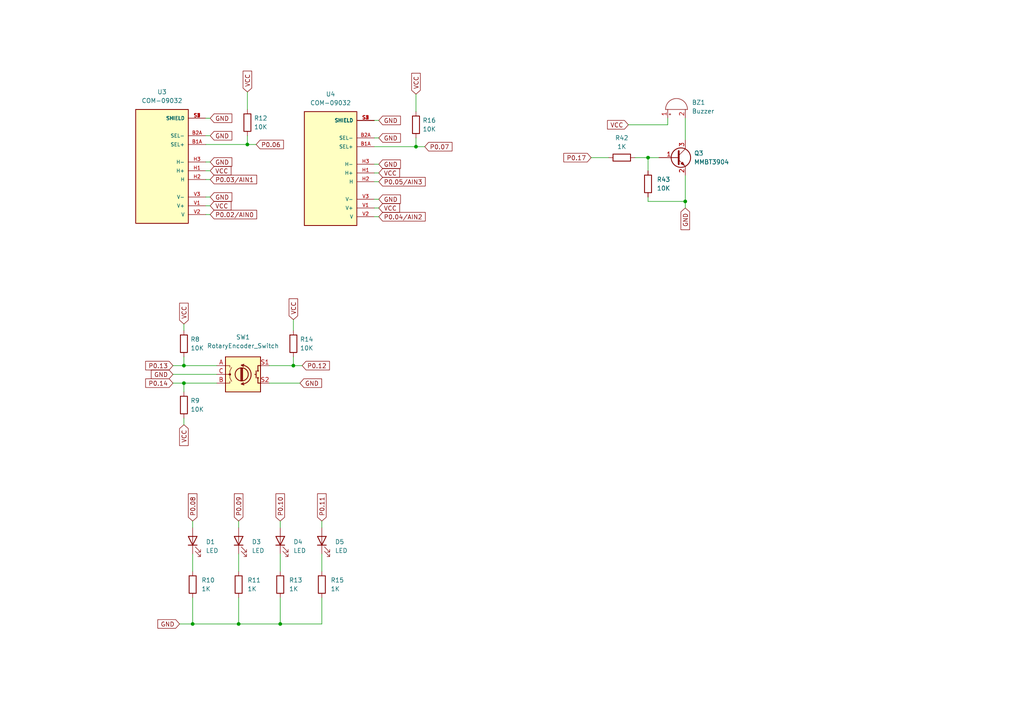
<source format=kicad_sch>
(kicad_sch (version 20211123) (generator eeschema)
  (paper "A4")
  (lib_symbols
    (symbol "COM-09032:COM-09032" (pin_names (offset 1.016))
      (property "Reference" "U" (at -7.62 16.002 0))
      (property "Value" "COM-09032" (at -7.62 -20.32 0))
      (symbol "COM-09032_0_0"
        (rectangle (start -7.62 -17.78) (end 7.62 15.24) (stroke (width 0.254)) (fill (type background)))
        (pin passive line (at -12.7 -7.62 0) (length 5.08) (name "SEL+") (number "B1A"))
        (pin passive line (at -12.7 -10.16 0) (length 5.08) (name "SEL-") (number "B2A"))
        (pin passive line (at -12.7 0 0) (length 5.08) (name "H+") (number "H1"))
        (pin passive line (at -12.7 2.54 0) (length 5.08) (name "H") (number "H2"))
        (pin passive line (at -12.7 -2.54 0) (length 5.08) (name "H-") (number "H3"))
        (pin passive line (at -12.7 -15.24 0) (length 5.08) (name "SHIELD") (number "S1"))
        (pin passive line (at -12.7 -15.24 0) (length 5.08) (name "SHIELD") (number "S2"))
        (pin passive line (at -12.7 -15.24 0) (length 5.08) (name "SHIELD") (number "S3"))
        (pin passive line (at -12.7 -15.24 0) (length 5.08) (name "SHIELD") (number "S4"))
        (pin passive line (at -12.7 10.16 0) (length 5.08) (name "V+") (number "V1"))
        (pin passive line (at -12.7 12.7 0) (length 5.08) (name "V") (number "V2"))
        (pin passive line (at -12.7 7.62 0) (length 5.08) (name "V-") (number "V3"))
      )
    )
    (symbol "Device:Buzzer" (pin_names (offset 0.0254) hide)
      (property "Reference" "BZ" (at 3.81 1.27 0))
      (property "Value" "Buzzer" (at 3.81 -1.27 0))
      (symbol "Buzzer_0_1"
        (arc (start 0 -3.175) (mid 3.175 0) (end 0 3.175))
        (polyline (pts (xy -1.651 1.905) (xy -1.143 1.905)))
        (polyline (pts (xy -1.397 2.159) (xy -1.397 1.651)))
        (polyline (pts (xy 0 3.175) (xy 0 -3.175)))
      )
      (symbol "Buzzer_1_1"
        (pin passive line (at -2.54 2.54 0) (length 2.54) (name "-") (number "1"))
        (pin passive line (at -2.54 -2.54 0) (length 2.54) (name "+") (number "2"))
      )
    )
    (symbol "Device:LED" (pin_numbers hide) (pin_names (offset 1.016) hide)
      (property "Reference" "D" (at 0 2.54 0))
      (property "Value" "LED" (at 0 -2.54 0))
      (symbol "LED_0_1"
        (polyline (pts (xy -1.27 -1.27) (xy -1.27 1.27)) (stroke (width 0.254)))
        (polyline (pts (xy -1.27 0) (xy 1.27 0)))
        (polyline (pts (xy 1.27 -1.27) (xy 1.27 1.27) (xy -1.27 0) (xy 1.27 -1.27)) (stroke (width 0.254)))
        (polyline (pts (xy -3.048 -0.762) (xy -4.572 -2.286) (xy -3.81 -2.286) (xy -4.572 -2.286) (xy -4.572 -1.524)))
        (polyline (pts (xy -1.778 -0.762) (xy -3.302 -2.286) (xy -2.54 -2.286) (xy -3.302 -2.286) (xy -3.302 -1.524)))
      )
      (symbol "LED_1_1"
        (pin passive line (at -3.81 0 0) (length 2.54) (name "K") (number "1"))
        (pin passive line (at 3.81 0 180) (length 2.54) (name "A") (number "2"))
      )
    )
    (symbol "Device:R" (pin_numbers hide) (pin_names (offset 0))
      (property "Reference" "R" (at 2.032 0 90))
      (property "Value" "R" (at 0 0 90))
      (symbol "R_0_1"
        (rectangle (start -1.016 -2.54) (end 1.016 2.54) (stroke (width 0.254)))
      )
      (symbol "R_1_1"
        (pin passive line (at 0 3.81 270) (length 1.27) (name "~") (number "1"))
        (pin passive line (at 0 -3.81 90) (length 1.27) (name "~") (number "2"))
      )
    )
    (symbol "Device:RotaryEncoder_Switch" (pin_names (offset 0.254) hide)
      (property "Reference" "SW" (at 0 6.604 0))
      (property "Value" "RotaryEncoder_Switch" (at 0 -6.604 0))
      (symbol "RotaryEncoder_Switch_0_1"
        (rectangle (start -5.08 5.08) (end 5.08 -5.08) (stroke (width 0.254)) (fill (type background)))
        (circle (center -3.81 0) (radius 0.254) (fill (type outline)))
        (arc (start -0.381 -2.794) (mid 2.3622 -0.0508) (end -0.381 2.667) (stroke (width 0.254)))
        (circle (center -0.381 0) (radius 1.905) (stroke (width 0.254)))
        (polyline (pts (xy -0.635 -1.778) (xy -0.635 1.778)) (stroke (width 0.254)))
        (polyline (pts (xy -0.381 -1.778) (xy -0.381 1.778)) (stroke (width 0.254)))
        (polyline (pts (xy -0.127 1.778) (xy -0.127 -1.778)) (stroke (width 0.254)))
        (polyline (pts (xy 3.81 0) (xy 3.429 0)) (stroke (width 0.254)))
        (polyline (pts (xy 3.81 1.016) (xy 3.81 -1.016)) (stroke (width 0.254)))
        (polyline (pts (xy -5.08 -2.54) (xy -3.81 -2.54) (xy -3.81 -2.032)))
        (polyline (pts (xy -5.08 2.54) (xy -3.81 2.54) (xy -3.81 2.032)))
        (polyline (pts (xy 0.254 -3.048) (xy -0.508 -2.794) (xy 0.127 -2.413)) (stroke (width 0.254)))
        (polyline (pts (xy 0.254 2.921) (xy -0.508 2.667) (xy 0.127 2.286)) (stroke (width 0.254)))
        (polyline (pts (xy 5.08 -2.54) (xy 4.318 -2.54) (xy 4.318 -1.016)) (stroke (width 0.254)))
        (polyline (pts (xy 5.08 2.54) (xy 4.318 2.54) (xy 4.318 1.016)) (stroke (width 0.254)))
        (polyline (pts (xy -5.08 0) (xy -3.81 0) (xy -3.81 -1.016) (xy -3.302 -2.032)))
        (polyline (pts (xy -4.318 0) (xy -3.81 0) (xy -3.81 1.016) (xy -3.302 2.032)))
        (circle (center 4.318 -1.016) (radius 0.127) (stroke (width 0.254)))
        (circle (center 4.318 1.016) (radius 0.127) (stroke (width 0.254)))
      )
      (symbol "RotaryEncoder_Switch_1_1"
        (pin passive line (at -7.62 2.54 0) (length 2.54) (name "A") (number "A"))
        (pin passive line (at -7.62 -2.54 0) (length 2.54) (name "B") (number "B"))
        (pin passive line (at -7.62 0 0) (length 2.54) (name "C") (number "C"))
        (pin passive line (at 7.62 2.54 180) (length 2.54) (name "S1") (number "S1"))
        (pin passive line (at 7.62 -2.54 180) (length 2.54) (name "S2") (number "S2"))
      )
    )
    (symbol "Transistor_BJT:MMBT3904" (pin_names (offset 0) hide)
      (property "Reference" "Q" (at 5.08 1.905 0))
      (property "Value" "MMBT3904" (at 5.08 0 0))
      (symbol "MMBT3904_0_1"
        (polyline (pts (xy 0.635 0.635) (xy 2.54 2.54)))
        (polyline (pts (xy 0.635 -0.635) (xy 2.54 -2.54) (xy 2.54 -2.54)))
        (polyline (pts (xy 0.635 1.905) (xy 0.635 -1.905) (xy 0.635 -1.905)) (stroke (width 0.508)))
        (polyline (pts (xy 1.27 -1.778) (xy 1.778 -1.27) (xy 2.286 -2.286) (xy 1.27 -1.778) (xy 1.27 -1.778)) (fill (type outline)))
        (circle (center 1.27 0) (radius 2.8194) (stroke (width 0.254)))
      )
      (symbol "MMBT3904_1_1"
        (pin input line (at -5.08 0 0) (length 5.715) (name "B") (number "1"))
        (pin passive line (at 2.54 -5.08 90) (length 2.54) (name "E") (number "2"))
        (pin passive line (at 2.54 5.08 270) (length 2.54) (name "C") (number "3"))
      )
    )
  )
  (junction (at 198.755 58.42))
  (junction (at 55.88 180.975))
  (junction (at 53.34 106.045))
  (junction (at 187.96 45.72))
  (junction (at 120.65 42.545))
  (junction (at 69.215 180.975))
  (junction (at 53.34 111.125))
  (junction (at 85.09 106.045))
  (junction (at 71.755 41.91))
  (junction (at 81.28 180.975))
  (wire (pts (xy 55.88 180.975) (xy 69.215 180.975)))
  (wire (pts (xy 86.995 111.125) (xy 78.105 111.125)))
  (wire (pts (xy 93.345 151.13) (xy 93.345 153.035)))
  (wire (pts (xy 53.34 113.665) (xy 53.34 111.125)))
  (wire (pts (xy 109.855 62.865) (xy 108.585 62.865)))
  (wire (pts (xy 93.345 173.355) (xy 93.345 180.975)))
  (wire (pts (xy 60.96 49.53) (xy 59.69 49.53)))
  (wire (pts (xy 53.34 123.19) (xy 53.34 121.285)))
  (wire (pts (xy 50.165 111.125) (xy 53.34 111.125)))
  (wire (pts (xy 69.215 173.355) (xy 69.215 180.975)))
  (wire (pts (xy 109.855 40.005) (xy 108.585 40.005)))
  (wire (pts (xy 81.28 173.355) (xy 81.28 180.975)))
  (wire (pts (xy 81.28 180.975) (xy 93.345 180.975)))
  (wire (pts (xy 108.585 42.545) (xy 120.65 42.545)))
  (wire (pts (xy 53.34 111.125) (xy 62.865 111.125)))
  (wire (pts (xy 85.09 106.045) (xy 87.63 106.045)))
  (wire (pts (xy 60.96 46.99) (xy 59.69 46.99)))
  (wire (pts (xy 123.19 42.545) (xy 120.65 42.545)))
  (wire (pts (xy 198.755 58.42) (xy 198.755 60.325)))
  (wire (pts (xy 53.34 93.98) (xy 53.34 95.885)))
  (wire (pts (xy 55.88 151.13) (xy 55.88 153.035)))
  (wire (pts (xy 55.88 160.655) (xy 55.88 165.735)))
  (wire (pts (xy 109.855 60.325) (xy 108.585 60.325)))
  (wire (pts (xy 81.28 151.13) (xy 81.28 153.035)))
  (wire (pts (xy 85.09 92.71) (xy 85.09 95.885)))
  (wire (pts (xy 171.45 45.72) (xy 176.53 45.72)))
  (wire (pts (xy 60.96 52.07) (xy 59.69 52.07)))
  (wire (pts (xy 109.855 50.165) (xy 108.585 50.165)))
  (wire (pts (xy 69.215 180.975) (xy 81.28 180.975)))
  (wire (pts (xy 93.345 160.655) (xy 93.345 165.735)))
  (wire (pts (xy 60.96 34.29) (xy 59.69 34.29)))
  (wire (pts (xy 109.855 34.925) (xy 108.585 34.925)))
  (wire (pts (xy 81.28 160.655) (xy 81.28 165.735)))
  (wire (pts (xy 187.96 58.42) (xy 198.755 58.42)))
  (wire (pts (xy 69.215 151.13) (xy 69.215 153.035)))
  (wire (pts (xy 120.65 27.305) (xy 120.65 32.385)))
  (wire (pts (xy 55.88 173.355) (xy 55.88 180.975)))
  (wire (pts (xy 69.215 160.655) (xy 69.215 165.735)))
  (wire (pts (xy 109.855 57.785) (xy 108.585 57.785)))
  (wire (pts (xy 53.34 103.505) (xy 53.34 106.045)))
  (wire (pts (xy 187.96 45.72) (xy 187.96 49.53)))
  (wire (pts (xy 187.96 45.72) (xy 191.135 45.72)))
  (wire (pts (xy 53.34 106.045) (xy 62.865 106.045)))
  (wire (pts (xy 198.755 50.8) (xy 198.755 58.42)))
  (wire (pts (xy 85.09 103.505) (xy 85.09 106.045)))
  (wire (pts (xy 71.755 26.67) (xy 71.755 31.75)))
  (wire (pts (xy 193.675 36.195) (xy 193.675 34.29)))
  (wire (pts (xy 109.855 52.705) (xy 108.585 52.705)))
  (wire (pts (xy 187.96 57.15) (xy 187.96 58.42)))
  (wire (pts (xy 50.165 108.585) (xy 62.865 108.585)))
  (wire (pts (xy 60.96 62.23) (xy 59.69 62.23)))
  (wire (pts (xy 60.96 59.69) (xy 59.69 59.69)))
  (wire (pts (xy 50.165 106.045) (xy 53.34 106.045)))
  (wire (pts (xy 55.88 180.975) (xy 52.07 180.975)))
  (wire (pts (xy 78.105 106.045) (xy 85.09 106.045)))
  (wire (pts (xy 60.96 57.15) (xy 59.69 57.15)))
  (wire (pts (xy 59.69 41.91) (xy 71.755 41.91)))
  (wire (pts (xy 184.15 45.72) (xy 187.96 45.72)))
  (wire (pts (xy 71.755 39.37) (xy 71.755 41.91)))
  (wire (pts (xy 198.755 34.29) (xy 198.755 40.64)))
  (wire (pts (xy 120.65 40.005) (xy 120.65 42.545)))
  (wire (pts (xy 74.295 41.91) (xy 71.755 41.91)))
  (wire (pts (xy 60.96 39.37) (xy 59.69 39.37)))
  (wire (pts (xy 109.855 47.625) (xy 108.585 47.625)))
  (wire (pts (xy 182.245 36.195) (xy 193.675 36.195)))
  (global_label "P0.17" (shape input) (at 171.45 45.72 180) (property "Intersheet References" "${INTERSHEET_REFS}" (effects hide)))
  (global_label "VCC" (shape input) (at 182.245 36.195 180) (property "Intersheet References" "${INTERSHEET_REFS}" (effects hide)))
  (global_label "P0.10" (shape input) (at 81.28 151.13 90) (property "Intersheet References" "${INTERSHEET_REFS}" (effects hide)))
  (global_label "GND" (shape input) (at 50.165 108.585 180) (property "Intersheet References" "${INTERSHEET_REFS}" (effects hide)))
  (global_label "VCC" (shape input) (at 71.755 26.67 90) (property "Intersheet References" "${INTERSHEET_REFS}" (effects hide)))
  (global_label "VCC" (shape input) (at 120.65 27.305 90) (property "Intersheet References" "${INTERSHEET_REFS}" (effects hide)))
  (global_label "GND" (shape input) (at 60.96 57.15 0) (property "Intersheet References" "${INTERSHEET_REFS}" (effects hide)))
  (global_label "P0.14" (shape input) (at 50.165 111.125 180) (property "Intersheet References" "${INTERSHEET_REFS}" (effects hide)))
  (global_label "P0.06" (shape input) (at 74.295 41.91 0) (property "Intersheet References" "${INTERSHEET_REFS}" (effects hide)))
  (global_label "GND" (shape input) (at 52.07 180.975 180) (property "Intersheet References" "${INTERSHEET_REFS}" (effects hide)))
  (global_label "GND" (shape input) (at 60.96 39.37 0) (property "Intersheet References" "${INTERSHEET_REFS}" (effects hide)))
  (global_label "VCC" (shape input) (at 60.96 49.53 0) (property "Intersheet References" "${INTERSHEET_REFS}" (effects hide)))
  (global_label "P0.07" (shape input) (at 123.19 42.545 0) (property "Intersheet References" "${INTERSHEET_REFS}" (effects hide)))
  (global_label "P0.11" (shape input) (at 93.345 151.13 90) (property "Intersheet References" "${INTERSHEET_REFS}" (effects hide)))
  (global_label "GND" (shape input) (at 109.855 34.925 0) (property "Intersheet References" "${INTERSHEET_REFS}" (effects hide)))
  (global_label "GND" (shape input) (at 198.755 60.325 270) (property "Intersheet References" "${INTERSHEET_REFS}" (effects hide)))
  (global_label "GND" (shape input) (at 86.995 111.125 0) (property "Intersheet References" "${INTERSHEET_REFS}" (effects hide)))
  (global_label "GND" (shape input) (at 109.855 40.005 0) (property "Intersheet References" "${INTERSHEET_REFS}" (effects hide)))
  (global_label "P0.12" (shape input) (at 87.63 106.045 0) (property "Intersheet References" "${INTERSHEET_REFS}" (effects hide)))
  (global_label "P0.08" (shape input) (at 55.88 151.13 90) (property "Intersheet References" "${INTERSHEET_REFS}" (effects hide)))
  (global_label "VCC" (shape input) (at 109.855 60.325 0) (property "Intersheet References" "${INTERSHEET_REFS}" (effects hide)))
  (global_label "GND" (shape input) (at 60.96 46.99 0) (property "Intersheet References" "${INTERSHEET_REFS}" (effects hide)))
  (global_label "P0.04{slash}AIN2" (shape input) (at 109.855 62.865 0) (property "Intersheet References" "${INTERSHEET_REFS}" (effects hide)))
  (global_label "P0.09" (shape input) (at 69.215 151.13 90) (property "Intersheet References" "${INTERSHEET_REFS}" (effects hide)))
  (global_label "P0.05{slash}AIN3" (shape input) (at 109.855 52.705 0) (property "Intersheet References" "${INTERSHEET_REFS}" (effects hide)))
  (global_label "VCC" (shape input) (at 60.96 59.69 0) (property "Intersheet References" "${INTERSHEET_REFS}" (effects hide)))
  (global_label "GND" (shape input) (at 60.96 34.29 0) (property "Intersheet References" "${INTERSHEET_REFS}" (effects hide)))
  (global_label "P0.13" (shape input) (at 50.165 106.045 180) (property "Intersheet References" "${INTERSHEET_REFS}" (effects hide)))
  (global_label "GND" (shape input) (at 109.855 57.785 0) (property "Intersheet References" "${INTERSHEET_REFS}" (effects hide)))
  (global_label "VCC" (shape input) (at 109.855 50.165 0) (property "Intersheet References" "${INTERSHEET_REFS}" (effects hide)))
  (global_label "P0.03{slash}AIN1" (shape input) (at 60.96 52.07 0) (property "Intersheet References" "${INTERSHEET_REFS}" (effects hide)))
  (global_label "VCC" (shape input) (at 53.34 93.98 90) (property "Intersheet References" "${INTERSHEET_REFS}" (effects hide)))
  (global_label "VCC" (shape input) (at 53.34 123.19 270) (property "Intersheet References" "${INTERSHEET_REFS}" (effects hide)))
  (global_label "P0.02{slash}AIN0" (shape input) (at 60.96 62.23 0) (property "Intersheet References" "${INTERSHEET_REFS}" (effects hide)))
  (global_label "GND" (shape input) (at 109.855 47.625 0) (property "Intersheet References" "${INTERSHEET_REFS}" (effects hide)))
  (global_label "VCC" (shape input) (at 85.09 92.71 90) (property "Intersheet References" "${INTERSHEET_REFS}" (effects hide)))
  (symbol (lib_id "Device:R") (at 180.34 45.72 90) (unit 1)
    (property "Reference" "R42" (at 180.34 40.005 90))
    (property "Value" "1K" (at 180.34 42.545 90))
    (property "Footprint" "Resistor_SMD:R_0603_1608Metric" (effects hide))
  )
  (symbol (lib_id "Device:R") (at 53.34 99.695 180) (unit 1)
    (property "Reference" "R8" (at 55.245 98.4249 0) (effects (justify right)))
    (property "Value" "10K" (at 55.245 100.9649 0) (effects (justify right)))
    (property "Footprint" "Resistor_SMD:R_0603_1608Metric" (effects hide))
  )
  (symbol (lib_id "Device:R") (at 120.65 36.195 0) (unit 1)
    (property "Reference" "R16" (at 122.555 34.9249 0) (effects (justify left)))
    (property "Value" "10K" (at 122.555 37.4649 0) (effects (justify left)))
    (property "Footprint" "Resistor_SMD:R_0603_1608Metric" (effects hide))
  )
  (symbol (lib_id "Device:R") (at 53.34 117.475 180) (unit 1)
    (property "Reference" "R9" (at 55.245 116.2049 0) (effects (justify right)))
    (property "Value" "10K" (at 55.245 118.7449 0) (effects (justify right)))
    (property "Footprint" "Resistor_SMD:R_0603_1608Metric" (effects hide))
  )
  (symbol (lib_id "Device:R") (at 85.09 99.695 180) (unit 1)
    (property "Reference" "R14" (at 86.995 98.4249 0) (effects (justify right)))
    (property "Value" "10K" (at 86.995 100.9649 0) (effects (justify right)))
    (property "Footprint" "Resistor_SMD:R_0603_1608Metric" (effects hide))
  )
  (symbol (lib_id "Device:LED") (at 81.28 156.845 90) (unit 1)
    (property "Reference" "D4" (at 85.09 157.1624 90) (effects (justify right)))
    (property "Value" "LED" (at 85.09 159.7024 90) (effects (justify right)))
    (property "Footprint" "LED_SMD:LED_0805_2012Metric" (effects hide))
  )
  (symbol (lib_id "Device:LED") (at 55.88 156.845 90) (unit 1)
    (property "Reference" "D1" (at 59.69 157.1624 90) (effects (justify right)))
    (property "Value" "LED" (at 59.69 159.7024 90) (effects (justify right)))
    (property "Footprint" "LED_SMD:LED_0805_2012Metric" (effects hide))
  )
  (symbol (lib_id "Device:LED") (at 69.215 156.845 90) (unit 1)
    (property "Reference" "D3" (at 73.025 157.1624 90) (effects (justify right)))
    (property "Value" "LED" (at 73.025 159.7024 90) (effects (justify right)))
    (property "Footprint" "LED_SMD:LED_0805_2012Metric" (effects hide))
  )
  (symbol (lib_id "COM-09032:COM-09032") (at 46.99 49.53 180) (unit 1)
    (property "Reference" "U3" (at 46.99 26.67 0))
    (property "Value" "COM-09032" (at 46.99 29.21 0))
    (property "Footprint" "footprints:XDCR_COM-09032" (effects hide))
    (property "MAXIMUM_PACKAGE_HEIGHT" "30.1mm" (effects hide))
    (property "STANDARD" "Manufacturer Recommendations" (effects hide))
    (property "MANUFACTURER" "SparkFun Electronics" (effects hide))
    (property "PARTREV" "N/A" (effects hide))
  )
  (symbol (lib_id "Device:R") (at 69.215 169.545 0) (unit 1)
    (property "Reference" "R11" (at 71.755 168.2749 0) (effects (justify left)))
    (property "Value" "1K" (at 71.755 170.8149 0) (effects (justify left)))
    (property "Footprint" "Resistor_SMD:R_0603_1608Metric" (effects hide))
  )
  (symbol (lib_id "Device:R") (at 93.345 169.545 0) (unit 1)
    (property "Reference" "R15" (at 95.885 168.2749 0) (effects (justify left)))
    (property "Value" "1K" (at 95.885 170.8149 0) (effects (justify left)))
    (property "Footprint" "Resistor_SMD:R_0603_1608Metric" (effects hide))
  )
  (symbol (lib_id "Device:R") (at 187.96 53.34 0) (unit 1)
    (property "Reference" "R43" (at 190.5 52.0699 0) (effects (justify left)))
    (property "Value" "10K" (at 190.5 54.6099 0) (effects (justify left)))
    (property "Footprint" "Resistor_SMD:R_0603_1608Metric" (effects hide))
  )
  (symbol (lib_id "Device:Buzzer") (at 196.215 31.75 90) (unit 1)
    (property "Reference" "BZ1" (at 200.66 29.7179 90) (effects (justify right)))
    (property "Value" "Buzzer" (at 200.66 32.2579 90) (effects (justify right)))
    (property "Footprint" "Buzzer_Beeper:Buzzer_12x9.5RM7.6" (effects hide))
  )
  (symbol (lib_id "Device:LED") (at 93.345 156.845 90) (unit 1)
    (property "Reference" "D5" (at 97.155 157.1624 90) (effects (justify right)))
    (property "Value" "LED" (at 97.155 159.7024 90) (effects (justify right)))
    (property "Footprint" "LED_SMD:LED_0805_2012Metric" (effects hide))
  )
  (symbol (lib_id "Device:RotaryEncoder_Switch") (at 70.485 108.585 0) (unit 1)
    (property "Reference" "SW1" (at 70.485 97.79 0))
    (property "Value" "RotaryEncoder_Switch" (at 70.485 100.33 0))
    (property "Footprint" "Rotary_Encoder:RotaryEncoder_Alps_EC12E-Switch_Vertical_H20mm" (effects hide))
  )
  (symbol (lib_id "Device:R") (at 81.28 169.545 0) (unit 1)
    (property "Reference" "R13" (at 83.82 168.2749 0) (effects (justify left)))
    (property "Value" "1K" (at 83.82 170.8149 0) (effects (justify left)))
    (property "Footprint" "Resistor_SMD:R_0603_1608Metric" (effects hide))
  )
  (symbol (lib_id "Device:R") (at 55.88 169.545 0) (unit 1)
    (property "Reference" "R10" (at 58.42 168.2749 0) (effects (justify left)))
    (property "Value" "1K" (at 58.42 170.8149 0) (effects (justify left)))
    (property "Footprint" "Resistor_SMD:R_0603_1608Metric" (effects hide))
  )
  (symbol (lib_id "Transistor_BJT:MMBT3904") (at 196.215 45.72 0) (unit 1)
    (property "Reference" "Q3" (at 201.295 44.4499 0) (effects (justify left)))
    (property "Value" "MMBT3904" (at 201.295 46.9899 0) (effects (justify left)))
    (property "Footprint" "Package_TO_SOT_SMD:SOT-23" (effects hide))
    (property "Datasheet" "https://www.onsemi.com/pub/Collateral/2N3903-D.PDF" (effects hide))
  )
  (symbol (lib_id "Device:R") (at 71.755 35.56 0) (unit 1)
    (property "Reference" "R12" (at 73.66 34.2899 0) (effects (justify left)))
    (property "Value" "10K" (at 73.66 36.8299 0) (effects (justify left)))
    (property "Footprint" "Resistor_SMD:R_0603_1608Metric" (effects hide))
  )
  (symbol (lib_id "COM-09032:COM-09032") (at 95.885 50.165 180) (unit 1)
    (property "Reference" "U4" (at 95.885 27.305 0))
    (property "Value" "COM-09032" (at 95.885 29.845 0))
    (property "Footprint" "footprints:XDCR_COM-09032" (effects hide))
    (property "MAXIMUM_PACKAGE_HEIGHT" "30.1mm" (effects hide))
    (property "STANDARD" "Manufacturer Recommendations" (effects hide))
    (property "MANUFACTURER" "SparkFun Electronics" (effects hide))
    (property "PARTREV" "N/A" (effects hide))
  )
)
</source>
